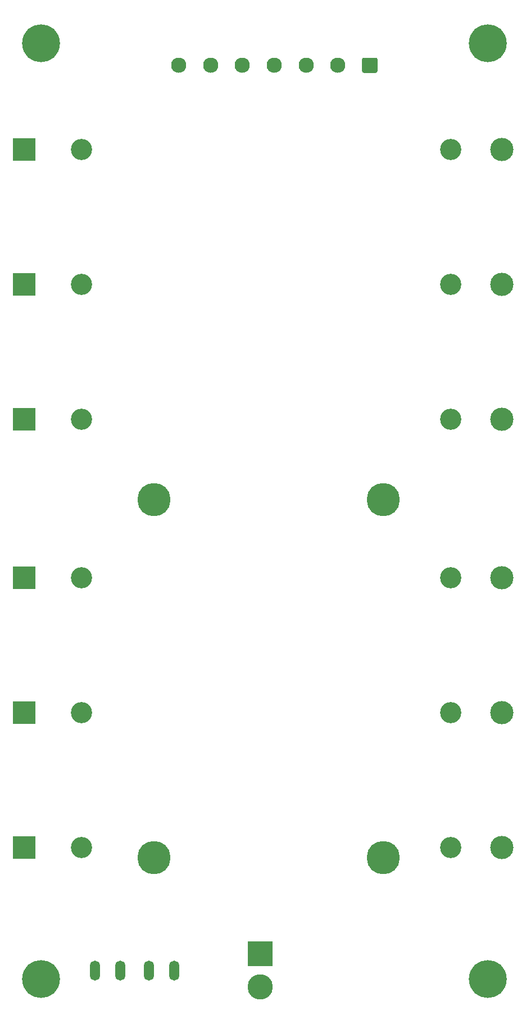
<source format=gbr>
%TF.GenerationSoftware,KiCad,Pcbnew,5.1.10*%
%TF.CreationDate,2021-10-06T22:42:20+01:00*%
%TF.ProjectId,BatteryPack,42617474-6572-4795-9061-636b2e6b6963,rev?*%
%TF.SameCoordinates,Original*%
%TF.FileFunction,Soldermask,Top*%
%TF.FilePolarity,Negative*%
%FSLAX46Y46*%
G04 Gerber Fmt 4.6, Leading zero omitted, Abs format (unit mm)*
G04 Created by KiCad (PCBNEW 5.1.10) date 2021-10-06 22:42:20*
%MOMM*%
%LPD*%
G01*
G04 APERTURE LIST*
%ADD10C,5.000000*%
%ADD11C,5.700000*%
%ADD12C,2.300000*%
%ADD13C,3.800000*%
%ADD14R,3.800000X3.800000*%
%ADD15O,1.524000X3.000000*%
%ADD16C,3.200000*%
%ADD17R,3.500000X3.500000*%
%ADD18C,3.500000*%
G04 APERTURE END LIST*
D10*
%TO.C,J3*%
X64030000Y-87756000D03*
X98530000Y-87756000D03*
X98530000Y-141756000D03*
X64030000Y-141756000D03*
%TD*%
D11*
%TO.C,REF\u002A\u002A*%
X114300000Y-19050000D03*
%TD*%
%TO.C,REF\u002A\u002A*%
X46990000Y-19050000D03*
%TD*%
D12*
%TO.C,J2*%
X67710000Y-22352000D03*
X72520000Y-22352000D03*
X77320000Y-22352000D03*
X82120000Y-22352000D03*
X86920000Y-22352000D03*
X91720000Y-22352000D03*
G36*
G01*
X97670000Y-21452000D02*
X97670000Y-23252000D01*
G75*
G02*
X97420000Y-23502000I-250000J0D01*
G01*
X95620000Y-23502000D01*
G75*
G02*
X95370000Y-23252000I0J250000D01*
G01*
X95370000Y-21452000D01*
G75*
G02*
X95620000Y-21202000I250000J0D01*
G01*
X97420000Y-21202000D01*
G75*
G02*
X97670000Y-21452000I0J-250000D01*
G01*
G37*
%TD*%
D13*
%TO.C,J1*%
X80010000Y-161210000D03*
D14*
X80010000Y-156210000D03*
%TD*%
D15*
%TO.C,F1*%
X67056000Y-158750000D03*
X63246000Y-158750000D03*
X55118000Y-158750000D03*
X58928000Y-158750000D03*
%TD*%
D16*
%TO.C,BT6*%
X108705000Y-140208000D03*
X53095000Y-140208000D03*
D17*
X44450000Y-140208000D03*
D18*
X116450000Y-140208000D03*
%TD*%
D16*
%TO.C,BT5*%
X108705000Y-119888000D03*
X53095000Y-119888000D03*
D17*
X44450000Y-119888000D03*
D18*
X116450000Y-119888000D03*
%TD*%
D16*
%TO.C,BT4*%
X108705000Y-99568000D03*
X53095000Y-99568000D03*
D17*
X44450000Y-99568000D03*
D18*
X116450000Y-99568000D03*
%TD*%
D16*
%TO.C,BT3*%
X108705000Y-75692000D03*
X53095000Y-75692000D03*
D17*
X44450000Y-75692000D03*
D18*
X116450000Y-75692000D03*
%TD*%
D16*
%TO.C,BT2*%
X108705000Y-55372000D03*
X53095000Y-55372000D03*
D17*
X44450000Y-55372000D03*
D18*
X116450000Y-55372000D03*
%TD*%
D16*
%TO.C,BT1*%
X108705000Y-35052000D03*
X53095000Y-35052000D03*
D17*
X44450000Y-35052000D03*
D18*
X116450000Y-35052000D03*
%TD*%
D11*
%TO.C,REF\u002A\u002A*%
X114300000Y-160020000D03*
%TD*%
%TO.C,REF\u002A\u002A*%
X46990000Y-160020000D03*
%TD*%
M02*

</source>
